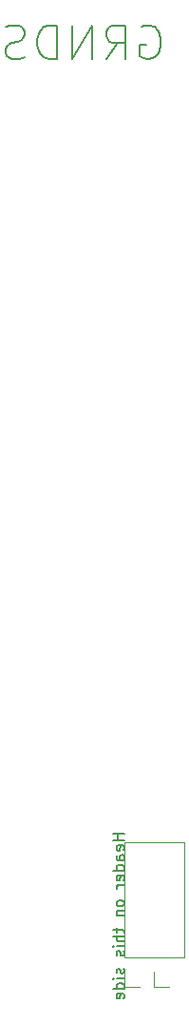
<source format=gbr>
%TF.GenerationSoftware,KiCad,Pcbnew,(5.1.6)-1*%
%TF.CreationDate,2020-06-19T18:14:50-05:00*%
%TF.ProjectId,GNDS,474e4453-2e6b-4696-9361-645f70636258,rev?*%
%TF.SameCoordinates,Original*%
%TF.FileFunction,Legend,Bot*%
%TF.FilePolarity,Positive*%
%FSLAX46Y46*%
G04 Gerber Fmt 4.6, Leading zero omitted, Abs format (unit mm)*
G04 Created by KiCad (PCBNEW (5.1.6)-1) date 2020-06-19 18:14:50*
%MOMM*%
%LPD*%
G01*
G04 APERTURE LIST*
%ADD10C,0.150000*%
%ADD11C,0.120000*%
G04 APERTURE END LIST*
D10*
X177514285Y-14900000D02*
X177800000Y-14757142D01*
X178228571Y-14757142D01*
X178657142Y-14900000D01*
X178942857Y-15185714D01*
X179085714Y-15471428D01*
X179228571Y-16042857D01*
X179228571Y-16471428D01*
X179085714Y-17042857D01*
X178942857Y-17328571D01*
X178657142Y-17614285D01*
X178228571Y-17757142D01*
X177942857Y-17757142D01*
X177514285Y-17614285D01*
X177371428Y-17471428D01*
X177371428Y-16471428D01*
X177942857Y-16471428D01*
X174371428Y-17757142D02*
X175371428Y-16328571D01*
X176085714Y-17757142D02*
X176085714Y-14757142D01*
X174942857Y-14757142D01*
X174657142Y-14900000D01*
X174514285Y-15042857D01*
X174371428Y-15328571D01*
X174371428Y-15757142D01*
X174514285Y-16042857D01*
X174657142Y-16185714D01*
X174942857Y-16328571D01*
X176085714Y-16328571D01*
X173085714Y-17757142D02*
X173085714Y-14757142D01*
X171371428Y-17757142D01*
X171371428Y-14757142D01*
X169942857Y-17757142D02*
X169942857Y-14757142D01*
X169228571Y-14757142D01*
X168800000Y-14900000D01*
X168514285Y-15185714D01*
X168371428Y-15471428D01*
X168228571Y-16042857D01*
X168228571Y-16471428D01*
X168371428Y-17042857D01*
X168514285Y-17328571D01*
X168800000Y-17614285D01*
X169228571Y-17757142D01*
X169942857Y-17757142D01*
X167085714Y-17614285D02*
X166657142Y-17757142D01*
X165942857Y-17757142D01*
X165657142Y-17614285D01*
X165514285Y-17471428D01*
X165371428Y-17185714D01*
X165371428Y-16900000D01*
X165514285Y-16614285D01*
X165657142Y-16471428D01*
X165942857Y-16328571D01*
X166514285Y-16185714D01*
X166800000Y-16042857D01*
X166942857Y-15900000D01*
X167085714Y-15614285D01*
X167085714Y-15328571D01*
X166942857Y-15042857D01*
X166800000Y-14900000D01*
X166514285Y-14757142D01*
X165800000Y-14757142D01*
X165371428Y-14900000D01*
X175952380Y-86690476D02*
X174952380Y-86690476D01*
X175428571Y-86690476D02*
X175428571Y-87261904D01*
X175952380Y-87261904D02*
X174952380Y-87261904D01*
X175904761Y-88119047D02*
X175952380Y-88023809D01*
X175952380Y-87833333D01*
X175904761Y-87738095D01*
X175809523Y-87690476D01*
X175428571Y-87690476D01*
X175333333Y-87738095D01*
X175285714Y-87833333D01*
X175285714Y-88023809D01*
X175333333Y-88119047D01*
X175428571Y-88166666D01*
X175523809Y-88166666D01*
X175619047Y-87690476D01*
X175952380Y-89023809D02*
X175428571Y-89023809D01*
X175333333Y-88976190D01*
X175285714Y-88880952D01*
X175285714Y-88690476D01*
X175333333Y-88595238D01*
X175904761Y-89023809D02*
X175952380Y-88928571D01*
X175952380Y-88690476D01*
X175904761Y-88595238D01*
X175809523Y-88547619D01*
X175714285Y-88547619D01*
X175619047Y-88595238D01*
X175571428Y-88690476D01*
X175571428Y-88928571D01*
X175523809Y-89023809D01*
X175952380Y-89928571D02*
X174952380Y-89928571D01*
X175904761Y-89928571D02*
X175952380Y-89833333D01*
X175952380Y-89642857D01*
X175904761Y-89547619D01*
X175857142Y-89500000D01*
X175761904Y-89452380D01*
X175476190Y-89452380D01*
X175380952Y-89500000D01*
X175333333Y-89547619D01*
X175285714Y-89642857D01*
X175285714Y-89833333D01*
X175333333Y-89928571D01*
X175904761Y-90785714D02*
X175952380Y-90690476D01*
X175952380Y-90500000D01*
X175904761Y-90404761D01*
X175809523Y-90357142D01*
X175428571Y-90357142D01*
X175333333Y-90404761D01*
X175285714Y-90500000D01*
X175285714Y-90690476D01*
X175333333Y-90785714D01*
X175428571Y-90833333D01*
X175523809Y-90833333D01*
X175619047Y-90357142D01*
X175952380Y-91261904D02*
X175285714Y-91261904D01*
X175476190Y-91261904D02*
X175380952Y-91309523D01*
X175333333Y-91357142D01*
X175285714Y-91452380D01*
X175285714Y-91547619D01*
X175952380Y-92785714D02*
X175904761Y-92690476D01*
X175857142Y-92642857D01*
X175761904Y-92595238D01*
X175476190Y-92595238D01*
X175380952Y-92642857D01*
X175333333Y-92690476D01*
X175285714Y-92785714D01*
X175285714Y-92928571D01*
X175333333Y-93023809D01*
X175380952Y-93071428D01*
X175476190Y-93119047D01*
X175761904Y-93119047D01*
X175857142Y-93071428D01*
X175904761Y-93023809D01*
X175952380Y-92928571D01*
X175952380Y-92785714D01*
X175285714Y-93547619D02*
X175952380Y-93547619D01*
X175380952Y-93547619D02*
X175333333Y-93595238D01*
X175285714Y-93690476D01*
X175285714Y-93833333D01*
X175333333Y-93928571D01*
X175428571Y-93976190D01*
X175952380Y-93976190D01*
X175285714Y-95071428D02*
X175285714Y-95452380D01*
X174952380Y-95214285D02*
X175809523Y-95214285D01*
X175904761Y-95261904D01*
X175952380Y-95357142D01*
X175952380Y-95452380D01*
X175952380Y-95785714D02*
X174952380Y-95785714D01*
X175952380Y-96214285D02*
X175428571Y-96214285D01*
X175333333Y-96166666D01*
X175285714Y-96071428D01*
X175285714Y-95928571D01*
X175333333Y-95833333D01*
X175380952Y-95785714D01*
X175952380Y-96690476D02*
X175285714Y-96690476D01*
X174952380Y-96690476D02*
X175000000Y-96642857D01*
X175047619Y-96690476D01*
X175000000Y-96738095D01*
X174952380Y-96690476D01*
X175047619Y-96690476D01*
X175904761Y-97119047D02*
X175952380Y-97214285D01*
X175952380Y-97404761D01*
X175904761Y-97500000D01*
X175809523Y-97547619D01*
X175761904Y-97547619D01*
X175666666Y-97500000D01*
X175619047Y-97404761D01*
X175619047Y-97261904D01*
X175571428Y-97166666D01*
X175476190Y-97119047D01*
X175428571Y-97119047D01*
X175333333Y-97166666D01*
X175285714Y-97261904D01*
X175285714Y-97404761D01*
X175333333Y-97500000D01*
X175904761Y-98690476D02*
X175952380Y-98785714D01*
X175952380Y-98976190D01*
X175904761Y-99071428D01*
X175809523Y-99119047D01*
X175761904Y-99119047D01*
X175666666Y-99071428D01*
X175619047Y-98976190D01*
X175619047Y-98833333D01*
X175571428Y-98738095D01*
X175476190Y-98690476D01*
X175428571Y-98690476D01*
X175333333Y-98738095D01*
X175285714Y-98833333D01*
X175285714Y-98976190D01*
X175333333Y-99071428D01*
X175952380Y-99547619D02*
X175285714Y-99547619D01*
X174952380Y-99547619D02*
X175000000Y-99500000D01*
X175047619Y-99547619D01*
X175000000Y-99595238D01*
X174952380Y-99547619D01*
X175047619Y-99547619D01*
X175952380Y-100452380D02*
X174952380Y-100452380D01*
X175904761Y-100452380D02*
X175952380Y-100357142D01*
X175952380Y-100166666D01*
X175904761Y-100071428D01*
X175857142Y-100023809D01*
X175761904Y-99976190D01*
X175476190Y-99976190D01*
X175380952Y-100023809D01*
X175333333Y-100071428D01*
X175285714Y-100166666D01*
X175285714Y-100357142D01*
X175333333Y-100452380D01*
X175904761Y-101309523D02*
X175952380Y-101214285D01*
X175952380Y-101023809D01*
X175904761Y-100928571D01*
X175809523Y-100880952D01*
X175428571Y-100880952D01*
X175333333Y-100928571D01*
X175285714Y-101023809D01*
X175285714Y-101214285D01*
X175333333Y-101309523D01*
X175428571Y-101357142D01*
X175523809Y-101357142D01*
X175619047Y-100880952D01*
D11*
%TO.C,J2*%
X178620000Y-87460000D02*
X181280000Y-87460000D01*
X181280000Y-97680000D02*
X181280000Y-87460000D01*
X178620000Y-97680000D02*
X181280000Y-97680000D01*
X178620000Y-98950000D02*
X178620000Y-100280000D01*
X178620000Y-100280000D02*
X179950000Y-100280000D01*
%TO.C,J1*%
X175980000Y-100280000D02*
X177310000Y-100280000D01*
X175980000Y-98950000D02*
X175980000Y-100280000D01*
X175980000Y-97680000D02*
X178640000Y-97680000D01*
X175980000Y-97680000D02*
X175980000Y-87460000D01*
X175980000Y-87460000D02*
X178640000Y-87460000D01*
%TD*%
M02*

</source>
